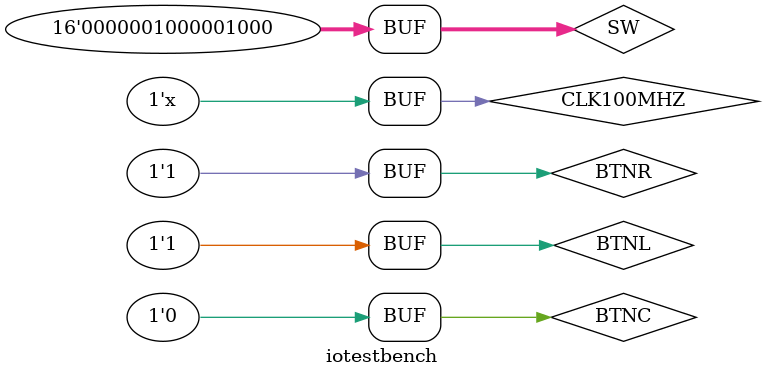
<source format=sv>
`timescale 1ns / 1ps

module iotestbench();
logic CLK100MHZ, BTNC, BTNL, BTNR;
logic [15:0] SW;
logic [7:0] AN;
logic [6:0] A2G;

initial
begin
    #0;
    CLK100MHZ = 0;
    BTNC = 1;
    #2;
    BTNC = 0;
    #2;
    BTNL = 1;
    BTNR = 1;
    #2;
    SW = 16'b00000010_00001000;
end

always
    begin
        #5;
        CLK100MHZ = ~CLK100MHZ;
    end

top_module tm
(
CLK100MHZ, BTNC, BTNL, BTNR, SW, AN, A2G
);

endmodule

</source>
